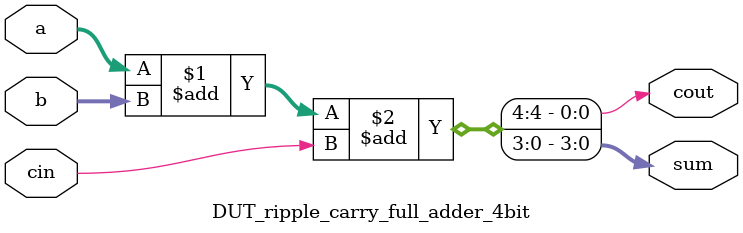
<source format=v>
/*
`timescale 1ns/1ps
module DUT_full_adder_1bit(
        input a,b,cin,
        output sum,cout);
wire oxor1,oand1,oand2;
xor gxor1(oxor1,a,b);
and gand1(oand1,a,b);
xor gxor2(  sum,oxor1,cin);
and gand2(oand2,oxor1,cin);
xor gxor3( cout,oand1,oand2);
endmodule

module DUT_ripple_carry_full_adder_4bit(
        input [3:0] a,
        input [3:0] b,
        input cin,
        output cout,
        output [3:0] sum);
wire [2:0] c;
DUT_full_adder_1bit DUT0(.a(a[0]),.b(b[0]),.cin( cin),.sum(sum[0]),.cout(c[0]));
DUT_full_adder_1bit DUT1(.a(a[1]),.b(b[1]),.cin(c[0]),.sum(sum[1]),.cout(c[1]));
DUT_full_adder_1bit DUT2(.a(a[2]),.b(b[2]),.cin(c[1]),.sum(sum[2]),.cout(c[2]));
DUT_full_adder_1bit DUT3(.a(a[3]),.b(b[3]),.cin(c[2]),.sum(sum[3]),.cout(cout));
endmodule
*/
//----------------------------------------DataFlow Modeling
`timescale 1ns/1ps
module DUT_ripple_carry_full_adder_4bit(
        input [3:0] a,
        input [3:0] b,
        input cin,
        output [3:0] sum,
        output cout);
        assign {cout,sum}=a+b+cin;
endmodule

</source>
